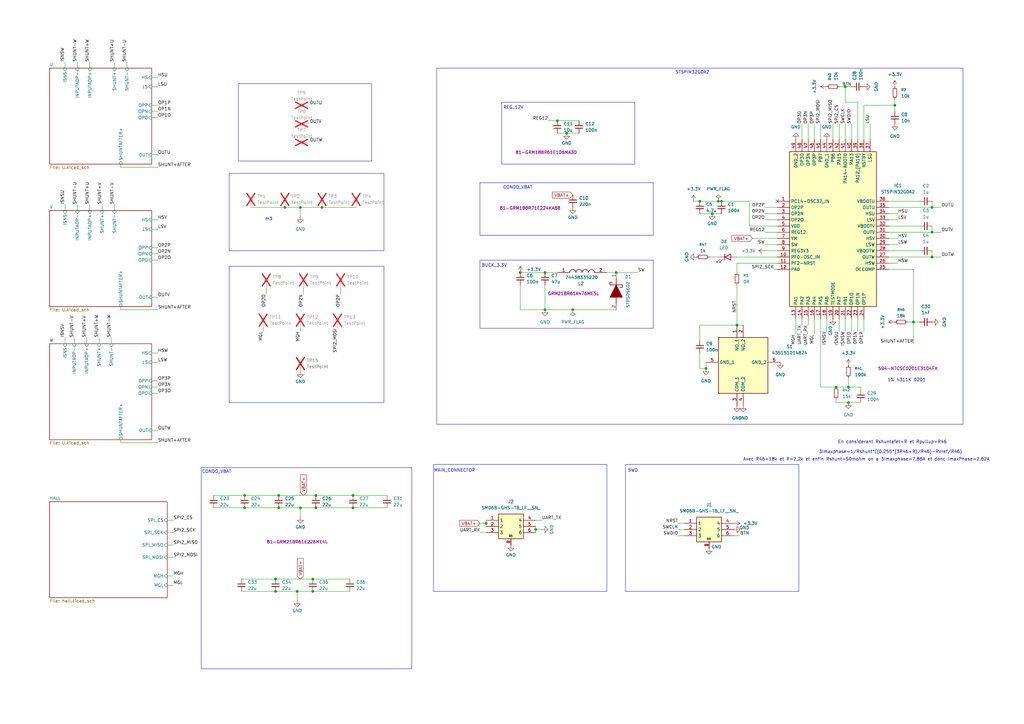
<source format=kicad_sch>
(kicad_sch (version 20250114) (generator "eeschema") (generator_version "9.0")
  (paper "A3")
  (rectangle (start 205.74 41.91) (end 260.35 67.31))
  (rectangle (start 82.55 191.77) (end 168.91 274.32))
  (rectangle (start 177.8 190.5) (end 248.92 242.57))
  (rectangle (start 196.85 106.68) (end 267.97 134.62))
  (rectangle (start 256.54 190.5) (end 327.66 242.57))
  (rectangle (start 93.98 71.12) (end 157.48 102.87))
  (rectangle (start 179.07 27.94) (end 394.97 173.99))
  (rectangle (start 196.85 74.93) (end 267.97 96.52))
  (rectangle (start 97.79 34.29) (end 152.4 66.04))
  (rectangle (start 93.98 109.22) (end 157.48 165.1))
  (text "BUCK_3.3V\n" (at 202.692 108.966 0) (effects (font (size 1.27 1.27))))
  (text "m3\n" (at 110.236 89.916 0) (effects (font (size 1.27 1.27))))
  (text "MAIN_CONNECTOR" (at 186.436 193.04 0) (effects (font (size 1.27 1.27))))
  (text "CONDO_VBAT" (at 88.9 193.548 0) (effects (font (size 1.27 1.27))))
  (text "SWD\n" (at 259.588 193.04 0) (effects (font (size 1.27 1.27))))
  (text "CONDO_VBAT" (at 212.344 76.962 0) (effects (font (size 1.27 1.27))))
  (text "STSPIN32G0A2" (at 283.972 29.718 0) (effects (font (size 1.27 1.27))))
  (text "REG_12V\n" (at 210.566 44.196 0) (effects (font (size 1.27 1.27))))
  (text "En considerant Rshuntafet=R et Rpullup=R46" (at 366.014 181.356 0) (effects (font (size 1.27 1.27))))
  (text "3Imaxphase=1/Rshunt*((0.255*(3R46+R)/R46)-RVref/R46)\n" (at 365.252 185.42 0) (effects (font (size 1.27 1.27))))
  (text "Avec R46=18k et R=2.2k et enfin Rshunt=50mohm on a 3Imaxphase=7.86A et donc ImaxPhase=2.62A" (at 355.346 188.468 0) (effects (font (size 1.27 1.27))))
  (text "1% 4311K 0201" (at 371.856 155.956 0) (effects (font (size 1.27 1.27))))
  (junction (at 367.03 43.18))
  (junction (at 294.64 82.55))
  (junction (at 121.92 242.57))
  (junction (at 129.54 203.2))
  (junction (at 144.78 208.28))
  (junction (at 114.3 208.28))
  (junction (at 114.3 203.2))
  (junction (at 382.27 105.41))
  (junction (at 219.71 217.17))
  (junction (at 295.91 82.55))
  (junction (at 252.73 111.76))
  (junction (at 223.52 111.76))
  (junction (at 374.65 132.08))
  (junction (at 123.19 208.28))
  (junction (at 289.56 151.13))
  (junction (at 128.27 237.49))
  (junction (at 342.9 158.75))
  (junction (at 232.41 54.61))
  (junction (at 228.6 49.53))
  (junction (at 347.98 158.75))
  (junction (at 223.52 127))
  (junction (at 113.03 242.57))
  (junction (at 287.02 82.55))
  (junction (at 213.36 111.76))
  (junction (at 382.27 95.25))
  (junction (at 100.33 203.2))
  (junction (at 132.08 85.09))
  (junction (at 382.27 85.09))
  (junction (at 346.71 35.56))
  (junction (at 128.27 242.57))
  (junction (at 292.1 87.63))
  (junction (at 144.78 203.2))
  (junction (at 100.33 208.28))
  (junction (at 123.19 85.09))
  (junction (at 234.95 127))
  (junction (at 347.98 165.1))
  (junction (at 199.39 214.63))
  (junction (at 113.03 237.49))
  (junction (at 302.26 133.35))
  (junction (at 116.84 85.09))
  (junction (at 129.54 208.28))
  (no_connect (at 318.77 82.55))
  (wire (pts (xy 213.36 127) (xy 223.52 127)))
  (wire (pts (xy 346.71 50.8) (xy 346.71 57.15)))
  (wire (pts (xy 30.48 138.43) (xy 30.48 140.97)))
  (wire (pts (xy 351.79 135.89) (xy 351.79 130.81)))
  (wire (pts (xy 349.25 50.8) (xy 349.25 57.15)))
  (wire (pts (xy 364.49 92.71) (xy 377.19 92.71)))
  (wire (pts (xy 368.3 87.63) (xy 364.49 87.63)))
  (wire (pts (xy 64.77 35.56) (xy 62.23 35.56)))
  (wire (pts (xy 64.77 93.98) (xy 62.23 93.98)))
  (wire (pts (xy 114.3 203.2) (xy 129.54 203.2)))
  (wire (pts (xy 342.9 165.1) (xy 347.98 165.1)))
  (wire (pts (xy 364.49 82.55) (xy 377.19 82.55)))
  (wire (pts (xy 351.79 41.91) (xy 346.71 41.91)))
  (wire (pts (xy 374.65 132.08) (xy 374.65 140.97)))
  (wire (pts (xy 287.02 133.35) (xy 302.26 133.35)))
  (wire (pts (xy 49.53 127) (xy 49.53 125.73)))
  (wire (pts (xy 64.77 121.92) (xy 62.23 121.92)))
  (wire (pts (xy 302.26 107.95) (xy 302.26 111.76)))
  (wire (pts (xy 64.77 156.21) (xy 62.23 156.21)))
  (wire (pts (xy 100.33 208.28) (xy 114.3 208.28)))
  (wire (pts (xy 123.19 85.09) (xy 123.19 88.9)))
  (wire (pts (xy 382.27 95.25) (xy 386.08 95.25)))
  (wire (pts (xy 302.26 133.35) (xy 304.8 133.35)))
  (wire (pts (xy 303.53 219.71) (xy 300.99 219.71)))
  (wire (pts (xy 64.77 181.61) (xy 49.53 181.61)))
  (wire (pts (xy 302.26 116.84) (xy 302.26 133.35)))
  (wire (pts (xy 219.71 217.17) (xy 219.71 215.9)))
  (wire (pts (xy 228.6 49.53) (xy 237.49 49.53)))
  (wire (pts (xy 313.69 100.33) (xy 318.77 100.33)))
  (wire (pts (xy 114.3 208.28) (xy 123.19 208.28)))
  (wire (pts (xy 196.85 218.44) (xy 199.39 218.44)))
  (wire (pts (xy 346.71 41.91) (xy 346.71 35.56)))
  (wire (pts (xy 64.77 106.68) (xy 62.23 106.68)))
  (wire (pts (xy 349.25 135.89) (xy 349.25 130.81)))
  (wire (pts (xy 113.03 237.49) (xy 128.27 237.49)))
  (wire (pts (xy 64.77 176.53) (xy 62.23 176.53)))
  (wire (pts (xy 364.49 95.25) (xy 382.27 95.25)))
  (wire (pts (xy 41.91 83.82) (xy 41.91 86.36)))
  (wire (pts (xy 71.12 236.22) (xy 68.58 236.22)))
  (wire (pts (xy 52.07 25.4) (xy 52.07 27.94)))
  (wire (pts (xy 382.27 82.55) (xy 382.27 85.09)))
  (wire (pts (xy 64.77 31.75) (xy 62.23 31.75)))
  (wire (pts (xy 339.09 135.89) (xy 339.09 130.81)))
  (wire (pts (xy 334.01 137.16) (xy 334.01 130.81)))
  (wire (pts (xy 278.13 217.17) (xy 280.67 217.17)))
  (wire (pts (xy 248.92 111.76) (xy 252.73 111.76)))
  (wire (pts (xy 328.93 50.8) (xy 328.93 57.15)))
  (wire (pts (xy 121.92 242.57) (xy 121.92 246.38)))
  (wire (pts (xy 40.64 138.43) (xy 40.64 140.97)))
  (wire (pts (xy 294.64 82.55) (xy 295.91 82.55)))
  (wire (pts (xy 132.08 85.09) (xy 146.05 85.09)))
  (wire (pts (xy 353.06 158.75) (xy 353.06 160.02)))
  (wire (pts (xy 199.39 214.63) (xy 199.39 215.9)))
  (wire (pts (xy 64.77 45.72) (xy 62.23 45.72)))
  (wire (pts (xy 364.49 85.09) (xy 382.27 85.09)))
  (wire (pts (xy 213.36 111.76) (xy 223.52 111.76)))
  (wire (pts (xy 64.77 127) (xy 49.53 127)))
  (wire (pts (xy 45.72 138.43) (xy 45.72 140.97)))
  (wire (pts (xy 46.99 83.82) (xy 46.99 86.36)))
  (wire (pts (xy 223.52 127) (xy 234.95 127)))
  (wire (pts (xy 139.7 120.65) (xy 139.7 118.11)))
  (wire (pts (xy 31.75 83.82) (xy 31.75 86.36)))
  (wire (pts (xy 278.13 219.71) (xy 280.67 219.71)))
  (wire (pts (xy 292.1 87.63) (xy 295.91 87.63)))
  (wire (pts (xy 342.9 163.83) (xy 342.9 165.1)))
  (wire (pts (xy 289.56 151.13) (xy 289.56 148.59)))
  (wire (pts (xy 31.75 25.4) (xy 31.75 27.94)))
  (wire (pts (xy 368.3 107.95) (xy 364.49 107.95)))
  (wire (pts (xy 318.77 107.95) (xy 302.26 107.95)))
  (wire (pts (xy 382.27 85.09) (xy 386.08 85.09)))
  (wire (pts (xy 144.78 208.28) (xy 158.75 208.28)))
  (wire (pts (xy 344.17 135.89) (xy 344.17 130.81)))
  (wire (pts (xy 336.55 158.75) (xy 342.9 158.75)))
  (wire (pts (xy 87.63 208.28) (xy 100.33 208.28)))
  (wire (pts (xy 364.49 105.41) (xy 382.27 105.41)))
  (wire (pts (xy 344.17 35.56) (xy 346.71 35.56)))
  (wire (pts (xy 123.19 208.28) (xy 123.19 212.09)))
  (wire (pts (xy 64.77 144.78) (xy 62.23 144.78)))
  (wire (pts (xy 64.77 101.6) (xy 62.23 101.6)))
  (wire (pts (xy 295.91 82.55) (xy 307.34 82.55)))
  (wire (pts (xy 287.02 82.55) (xy 294.64 82.55)))
  (wire (pts (xy 26.67 83.82) (xy 26.67 86.36)))
  (wire (pts (xy 123.19 85.09) (xy 132.08 85.09)))
  (wire (pts (xy 64.77 90.17) (xy 62.23 90.17)))
  (wire (pts (xy 372.11 132.08) (xy 374.65 132.08)))
  (wire (pts (xy 308.61 97.79) (xy 318.77 97.79)))
  (wire (pts (xy 222.25 217.17) (xy 219.71 217.17)))
  (wire (pts (xy 364.49 110.49) (xy 374.65 110.49)))
  (wire (pts (xy 64.77 104.14) (xy 62.23 104.14)))
  (wire (pts (xy 367.03 40.64) (xy 367.03 43.18)))
  (wire (pts (xy 36.83 25.4) (xy 36.83 27.94)))
  (wire (pts (xy 121.92 242.57) (xy 128.27 242.57)))
  (wire (pts (xy 64.77 158.75) (xy 62.23 158.75)))
  (wire (pts (xy 354.33 43.18) (xy 354.33 57.15)))
  (wire (pts (xy 129.54 203.2) (xy 144.78 203.2)))
  (wire (pts (xy 287.02 133.35) (xy 287.02 139.7)))
  (wire (pts (xy 313.69 95.25) (xy 318.77 95.25)))
  (wire (pts (xy 109.22 120.65) (xy 109.22 118.11)))
  (wire (pts (xy 219.71 217.17) (xy 219.71 218.44)))
  (wire (pts (xy 374.65 132.08) (xy 377.19 132.08)))
  (wire (pts (xy 307.34 92.71) (xy 318.77 92.71)))
  (wire (pts (xy 382.27 102.87) (xy 382.27 105.41)))
  (wire (pts (xy 129.54 208.28) (xy 144.78 208.28)))
  (wire (pts (xy 341.63 50.8) (xy 341.63 57.15)))
  (wire (pts (xy 317.5 110.49) (xy 318.77 110.49)))
  (wire (pts (xy 354.33 135.89) (xy 354.33 130.81)))
  (wire (pts (xy 346.71 35.56) (xy 349.25 35.56)))
  (wire (pts (xy 199.39 213.36) (xy 199.39 214.63)))
  (wire (pts (xy 223.52 116.84) (xy 223.52 127)))
  (wire (pts (xy 354.33 43.18) (xy 367.03 43.18)))
  (wire (pts (xy 287.02 151.13) (xy 289.56 151.13)))
  (wire (pts (xy 35.56 138.43) (xy 35.56 140.97)))
  (wire (pts (xy 287.02 87.63) (xy 292.1 87.63)))
  (wire (pts (xy 87.63 203.2) (xy 100.33 203.2)))
  (wire (pts (xy 26.67 138.43) (xy 26.67 140.97)))
  (wire (pts (xy 368.3 97.79) (xy 364.49 97.79)))
  (wire (pts (xy 232.41 54.61) (xy 237.49 54.61)))
  (wire (pts (xy 124.46 120.65) (xy 124.46 118.11)))
  (wire (pts (xy 99.06 242.57) (xy 113.03 242.57)))
  (wire (pts (xy 68.58 218.44) (xy 71.12 218.44)))
  (wire (pts (xy 71.12 228.6) (xy 68.58 228.6)))
  (wire (pts (xy 331.47 133.35) (xy 331.47 130.81)))
  (wire (pts (xy 302.26 105.41) (xy 318.77 105.41)))
  (wire (pts (xy 351.79 57.15) (xy 351.79 41.91)))
  (wire (pts (xy 99.06 237.49) (xy 113.03 237.49)))
  (wire (pts (xy 128.27 237.49) (xy 143.51 237.49)))
  (wire (pts (xy 287.02 144.78) (xy 287.02 151.13)))
  (wire (pts (xy 64.77 63.5) (xy 62.23 63.5)))
  (wire (pts (xy 49.53 181.61) (xy 49.53 180.34)))
  (wire (pts (xy 123.19 135.89) (xy 123.19 134.62)))
  (wire (pts (xy 213.36 127) (xy 213.36 116.84)))
  (wire (pts (xy 71.12 240.03) (xy 68.58 240.03)))
  (wire (pts (xy 356.87 50.8) (xy 356.87 57.15)))
  (wire (pts (xy 307.34 82.55) (xy 307.34 92.71)))
  (wire (pts (xy 368.3 90.17) (xy 364.49 90.17)))
  (wire (pts (xy 64.77 43.18) (xy 62.23 43.18)))
  (wire (pts (xy 334.01 50.8) (xy 334.01 57.15)))
  (wire (pts (xy 344.17 50.8) (xy 344.17 57.15)))
  (wire (pts (xy 36.83 83.82) (xy 36.83 86.36)))
  (wire (pts (xy 100.33 203.2) (xy 114.3 203.2)))
  (wire (pts (xy 224.79 49.53) (xy 228.6 49.53)))
  (wire (pts (xy 196.85 214.63) (xy 199.39 214.63)))
  (wire (pts (xy 107.95 135.89) (xy 107.95 134.62)))
  (wire (pts (xy 326.39 137.16) (xy 326.39 130.81)))
  (wire (pts (xy 374.65 110.49) (xy 374.65 132.08)))
  (wire (pts (xy 123.19 208.28) (xy 129.54 208.28)))
  (wire (pts (xy 368.3 100.33) (xy 364.49 100.33)))
  (wire (pts (xy 336.55 50.8) (xy 336.55 57.15)))
  (wire (pts (xy 49.53 68.58) (xy 49.53 67.31)))
  (wire (pts (xy 144.78 203.2) (xy 158.75 203.2)))
  (wire (pts (xy 46.99 25.4) (xy 46.99 27.94)))
  (wire (pts (xy 382.27 92.71) (xy 382.27 95.25)))
  (wire (pts (xy 382.27 105.41) (xy 386.08 105.41)))
  (wire (pts (xy 64.77 68.58) (xy 49.53 68.58)))
  (wire (pts (xy 252.73 111.76) (xy 261.62 111.76)))
  (wire (pts (xy 313.69 85.09) (xy 318.77 85.09)))
  (wire (pts (xy 228.6 54.61) (xy 232.41 54.61)))
  (wire (pts (xy 290.83 105.41) (xy 294.64 105.41)))
  (wire (pts (xy 223.52 111.76) (xy 228.6 111.76)))
  (wire (pts (xy 367.03 43.18) (xy 367.03 45.72)))
  (wire (pts (xy 328.93 133.35) (xy 328.93 130.81)))
  (wire (pts (xy 64.77 48.26) (xy 62.23 48.26)))
  (wire (pts (xy 364.49 102.87) (xy 377.19 102.87)))
  (wire (pts (xy 128.27 242.57) (xy 143.51 242.57)))
  (wire (pts (xy 71.12 213.36) (xy 68.58 213.36)))
  (wire (pts (xy 331.47 50.8) (xy 331.47 57.15)))
  (wire (pts (xy 116.84 85.09) (xy 123.19 85.09)))
  (wire (pts (xy 342.9 158.75) (xy 347.98 158.75)))
  (wire (pts (xy 222.25 213.36) (xy 219.71 213.36)))
  (wire (pts (xy 234.95 127) (xy 252.73 127)))
  (wire (pts (xy 284.48 82.55) (xy 287.02 82.55)))
  (wire (pts (xy 336.55 130.81) (xy 336.55 158.75)))
  (wire (pts (xy 113.03 242.57) (xy 121.92 242.57)))
  (wire (pts (xy 313.69 87.63) (xy 318.77 87.63)))
  (wire (pts (xy 64.77 161.29) (xy 62.23 161.29)))
  (wire (pts (xy 313.69 90.17) (xy 318.77 90.17)))
  (wire (pts (xy 71.12 223.52) (xy 68.58 223.52)))
  (wire (pts (xy 313.69 102.87) (xy 318.77 102.87)))
  (wire (pts (xy 347.98 165.1) (xy 353.06 165.1)))
  (wire (pts (xy 64.77 148.59) (xy 62.23 148.59)))
  (wire (pts (xy 278.13 214.63) (xy 280.67 214.63)))
  (wire (pts (xy 26.67 25.4) (xy 26.67 27.94)))
  (wire (pts (xy 353.06 158.75) (xy 347.98 158.75)))
  (wire (pts (xy 346.71 135.89) (xy 346.71 130.81)))
  (wire (pts (xy 347.98 158.75) (xy 347.98 154.94)))
  (wire (pts (xy 102.87 85.09) (xy 116.84 85.09)))
  (label "MGL" (at 107.95 135.89 270))
  (label "OUTU" (at 64.77 63.5 0))
  (label "OUTW" (at 64.77 176.53 0))
  (label "LSU" (at 356.87 50.8 90))
  (label "NRST" (at 278.13 214.63 180))
  (label "SHUNT-U" (at 31.75 83.82 90))
  (label "UART_TX" (at 328.93 133.35 270))
  (label "OUTW" (at 386.08 105.41 0))
  (label "OP2P" (at 64.77 101.6 0))
  (label "UART_TX" (at 222.25 213.36 0))
  (label "LSV" (at 64.77 93.98 0))
  (label "SHUNT+U" (at 36.83 83.82 90))
  (label "SHUNT+V" (at 41.91 83.82 90))
  (label "MGH" (at 123.19 135.89 270))
  (label "SW" (at 261.62 111.76 0))
  (label "OP2O" (at 64.77 106.68 0))
  (label "HSV" (at 64.77 90.17 0))
  (label "ISNSU" (at 26.67 83.82 90))
  (label "OUTV" (at 386.08 95.25 0))
  (label "OP3P" (at 64.77 156.21 0))
  (label "MGL" (at 334.01 137.16 270))
  (label "REG12" (at 313.69 95.25 180))
  (label "HSU" (at 368.3 87.63 0))
  (label "SHUNT+U" (at 46.99 25.4 90))
  (label "LSW" (at 64.77 148.59 0))
  (label "SWDIO" (at 349.25 50.8 90))
  (label "SPI2_MOSI" (at 138.43 134.62 270))
  (label "SHUNT-U" (at 52.07 25.4 90))
  (label "OUTU" (at 127 43.18 0))
  (label "MGL" (at 71.12 240.03 0))
  (label "NRST" (at 302.26 128.27 90))
  (label "ISNSW" (at 346.71 135.89 270))
  (label "SPI2_SCK" (at 317.5 110.49 180))
  (label "SHUNT+W" (at 40.64 138.43 90))
  (label "SHUNT-W" (at 31.75 25.4 90))
  (label "SHUNT-V" (at 30.48 138.43 90))
  (label "SHUNT+AFTER" (at 64.77 127 0))
  (label "OP1N" (at 351.79 135.89 270))
  (label "SHUNT+AFTER" (at 374.65 140.97 180))
  (label "OP2O" (at 313.69 90.17 180))
  (label "LSU" (at 64.77 35.56 0))
  (label "REG12" (at 224.79 49.53 180))
  (label "SHUNT+AFTER" (at 64.77 68.58 0))
  (label "OP2O" (at 109.22 120.65 270))
  (label "HSW" (at 368.3 107.95 0))
  (label "SHUNT+AFTER" (at 64.77 181.61 0))
  (label "SPI2_CS" (at 71.12 213.36 0))
  (label "ISNSW" (at 26.67 25.4 90))
  (label "SHUNT+V" (at 35.56 138.43 90))
  (label "BTN" (at 345.44 35.56 0))
  (label "BTN" (at 303.53 219.71 0))
  (label "SWCLK" (at 278.13 217.17 180))
  (label "OUTV" (at 64.77 121.92 0))
  (label "SWCLK" (at 346.71 50.8 90))
  (label "HSW" (at 64.77 144.78 0))
  (label "SPI2_SCK" (at 71.12 218.44 0))
  (label "SPI2_MISO" (at 71.12 223.52 0))
  (label "OUTW" (at 127 58.42 0))
  (label "SPI2_MOSI" (at 336.55 50.8 90))
  (label "LSW" (at 368.3 100.33 0))
  (label "OP2P" (at 313.69 85.09 180))
  (label "SHUNT-W" (at 45.72 138.43 90))
  (label "HSV" (at 368.3 97.79 0))
  (label "SW" (at 313.69 100.33 180))
  (label "OP2N" (at 124.46 120.65 270))
  (label "SHUNT-V" (at 46.99 83.82 90))
  (label "OP2N" (at 64.77 104.14 0))
  (label "OP3N" (at 64.77 158.75 0))
  (label "SPI2_MISO" (at 341.63 50.8 90))
  (label "SPI2_CS" (at 344.17 50.8 90))
  (label "ISNSV" (at 26.67 138.43 90))
  (label "ISNSV" (at 339.09 135.89 270))
  (label "MGH" (at 71.12 236.22 0))
  (label "OP3O" (at 64.77 161.29 0))
  (label "OP1O" (at 64.77 48.26 0))
  (label "LSV" (at 368.3 90.17 0))
  (label "OP2P" (at 139.7 120.65 270))
  (label "OP1O" (at 349.25 135.89 270))
  (label "OP3O" (at 328.93 50.8 90))
  (label "OP1N" (at 64.77 45.72 0))
  (label "SHUNT+W" (at 36.83 25.4 90))
  (label "UART_RX" (at 196.85 218.44 180))
  (label "SPI2_MOSI" (at 71.12 228.6 0))
  (label "OP1P" (at 64.77 43.18 0))
  (label "MGH" (at 326.39 137.16 270))
  (label "OUTV" (at 127 50.8 0))
  (label "UART_RX" (at 331.47 133.35 270))
  (label "OUTU" (at 386.08 85.09 0))
  (label "SWDIO" (at 278.13 219.71 180))
  (label "OP3N" (at 331.47 50.8 90))
  (label "ISNSU" (at 344.17 135.89 270))
  (label "OP3P" (at 334.01 50.8 90))
  (label "OP1P" (at 354.33 135.89 270))
  (label "HSU" (at 64.77 31.75 0))
  (label "OP2N" (at 313.69 87.63 180))
  (global_label "VBAT+" (shape input) (at 308.61 97.79 180) (property "Intersheetrefs" "${INTERSHEET_REFS}" (effects (hide yes))))
  (global_label "VBAT+" (shape input) (at 124.46 203.2 90) (property "Intersheetrefs" "${INTERSHEET_REFS}" (effects (hide yes))))
  (global_label "VBAT+" (shape input) (at 123.19 237.49 90) (property "Intersheetrefs" "${INTERSHEET_REFS}" (effects (hide yes))))
  (global_label "VBAT+" (shape input) (at 196.85 214.63 180) (property "Intersheetrefs" "${INTERSHEET_REFS}" (effects (hide yes))))
  (global_label "VBAT+" (shape input) (at 234.95 80.01 180) (property "Intersheetrefs" "${INTERSHEET_REFS}" (effects (hide yes))))
  (symbol (lib_id "Device:C_Small") (at 379.73 92.71 90) (unit 1)
    (property "Reference" "C3" (at 379.7363 86.36 90))
    (property "Value" "1u" (at 379.7363 88.9 90))
    (property "Footprint" "Capacitor_SMD:C_0603_1608Metric" (effects (hide yes)))
    (property "Description" "Unpolarized capacitor, small symbol" (effects (hide yes)))
    (property "Manufacturer_Part_Number" "GCM188M8EH105KE8D" (effects (hide yes)))
    (property "Mouser Part Number" "81-GCM188M8EH105KE8D" (effects (hide yes)))
  )
  (symbol (lib_id "Connector:TestPoint") (at 127 50.8 90) (unit 1) (dnp yes)
    (property "Reference" "TP6" (at 123.698 45.72 90))
    (property "Value" "TestPoint" (at 123.698 48.26 90))
    (property "Footprint" "samacsys:hole_1.5mm" (effects (hide yes)))
    (property "Description" "test point" (effects (hide yes)))
  )
  (symbol (lib_id "power:GND") (at 289.56 151.13 0) (unit 1)
    (property "Reference" "#PWR013" (effects (hide yes)))
    (property "Value" "GND" (at 289.56 156.21 0))
    (property "Description" "Power symbol creates a global label with name \"GND\" , ground" (effects (hide yes)))
  )
  (symbol (lib_id "power:GND") (at 285.75 105.41 270) (unit 1)
    (property "Reference" "#PWR047" (effects (hide yes)))
    (property "Value" "GND" (at 281.686 105.41 0))
    (property "Description" "Power symbol creates a global label with name \"GND\" , ground" (effects (hide yes)))
  )
  (symbol (lib_id "Device:C_Small") (at 228.6 52.07 180) (unit 1)
    (property "Reference" "C11" (at 231.14 50.7935 0) (effects (justify right)))
    (property "Value" "10u" (at 231.14 53.3335 0) (effects (justify right)))
    (property "Footprint" "Capacitor_SMD:C_0603_1608Metric" (effects (hide yes)))
    (property "Description" "Unpolarized capacitor, small symbol" (effects (hide yes)))
    (property "Manufacturer_Part_Number" "GRM188R61E106MA3D" (effects (hide yes)))
    (property "Mouser Part Number" "81-GRM188R61E106MA3D" (at 224.028 62.484 0))
  )
  (symbol (lib_id "power:GND") (at 234.95 85.09 0) (unit 1)
    (property "Reference" "#PWR015" (effects (hide yes)))
    (property "Value" "GND" (at 234.95 89.154 0))
    (property "Description" "Power symbol creates a global label with name \"GND\" , ground" (effects (hide yes)))
  )
  (symbol (lib_id "Device:R_Small") (at 367.03 38.1 0) (unit 1)
    (property "Reference" "R2" (at 369.57 36.8299 0) (effects (font (size 1.016 1.016)) (justify left)))
    (property "Value" "10k" (at 369.57 39.3699 0) (effects (justify left)))
    (property "Footprint" "Resistor_SMD:R_0201_0603Metric_Pad0.64x0.40mm_HandSolder" (effects (hide yes)))
    (property "Description" "Resistor, small symbol" (effects (hide yes)))
  )
  (symbol (lib_id "Connector:TestPoint") (at 116.84 85.09 0) (unit 1) (dnp yes)
    (property "Reference" "TP2" (at 119.38 80.5179 0) (effects (justify left)))
    (property "Value" "TestPoint" (at 119.38 83.0579 0) (effects (justify left)))
    (property "Footprint" "samacsys:m3test" (effects (hide yes)))
    (property "Description" "test point" (effects (hide yes)))
  )
  (symbol (lib_id "Device:R_Small") (at 288.29 105.41 90) (unit 1)
    (property "Reference" "R47" (at 288.29 100.33 90) (effects (font (size 1.016 1.016))))
    (property "Value" "1k" (at 288.29 102.87 90))
    (property "Footprint" "Resistor_SMD:R_0201_0603Metric_Pad0.64x0.40mm_HandSolder" (effects (hide yes)))
    (property "Description" "Resistor, small symbol" (effects (hide yes)))
  )
  (symbol (lib_id "Connector:TestPoint") (at 132.08 85.09 0) (unit 1) (dnp yes)
    (property "Reference" "TP3" (at 134.62 80.5179 0) (effects (justify left)))
    (property "Value" "TestPoint" (at 134.62 83.0579 0) (effects (justify left)))
    (property "Footprint" "samacsys:m3test" (effects (hide yes)))
    (property "Description" "test point" (effects (hide yes)))
  )
  (symbol (lib_id "power:GND") (at 222.25 217.17 90) (unit 1)
    (property "Reference" "#PWR038" (effects (hide yes)))
    (property "Value" "GND" (at 226.314 217.17 0))
    (property "Description" "Power symbol creates a global label with name \"GND\" , ground" (effects (hide yes)))
  )
  (symbol (lib_id "Device:C_Small") (at 237.49 52.07 0) (unit 1)
    (property "Reference" "C12" (at 240.03 50.8062 0) (effects (justify left)))
    (property "Value" "100n" (at 240.03 53.3462 0) (effects (justify left)))
    (property "Footprint" "Capacitor_SMD:C_0201_0603Metric_Pad0.64x0.40mm_HandSolder" (effects (hide yes)))
    (property "Description" "Unpolarized capacitor, small symbol" (effects (hide yes)))
  )
  (symbol (lib_id "power:GND") (at 123.19 152.4 0) (unit 1)
    (property "Reference" "#PWR054" (effects (hide yes)))
    (property "Value" "GND" (at 123.19 156.464 0))
    (property "Description" "Power symbol creates a global label with name \"GND\" , ground" (effects (hide yes)))
  )
  (symbol (lib_id "power:+3.3V") (at 284.48 82.55 0) (unit 1)
    (property "Reference" "#PWR03" (effects (hide yes)))
    (property "Value" "+3.3V" (at 284.48 77.47 0))
    (property "Description" "Power symbol creates a global label with name \"+3.3V\"" (effects (hide yes)))
  )
  (symbol (lib_id "Device:C_Small") (at 113.03 240.03 0) (unit 1)
    (property "Reference" "C34" (at 115.57 238.7662 0) (effects (justify left)))
    (property "Value" "22u" (at 115.57 241.3062 0) (effects (justify left)))
    (property "Footprint" "Capacitor_SMD:C_0805_2012Metric" (effects (hide yes)))
    (property "Description" "GRM21BR61A476ME15" (effects (hide yes)))
    (property "Manufacturer_Part_Number" "GRM21BR61E226ME4L" (effects (hide yes)))
    (property "Mouser Part Number" "81-GRM21BR61E226ME4L" (effects (hide yes)))
  )
  (symbol (lib_id "samacsys:STSPIN32G0A2") (at 318.77 82.55 0) (unit 1)
    (property "Reference" "IC1" (at 368.3 76.1298 0))
    (property "Value" "STSPIN32G0A2" (at 368.3 78.6698 0))
    (property "Footprint" "samacsys:QFN50P700X700X105-49N-D" (effects (hide yes)))
    (property "Datasheet" "https://www.st.com/resource/en/datasheet/stspin32g0a1.pdf" (effects (hide yes)))
    (property "Description" "Advanced brushless motor controller with embedded STM32G0 MCU Operating voltage from 6.7 to 45 V temperature range: -40 to +125 C" (effects (hide yes)))
    (property "Height" "1.05" (effects (hide yes)))
    (property "Manufacturer_Name" "STMicroelectronics" (effects (hide yes)))
    (property "Manufacturer_Part_Number" "STSPIN32G0A2" (effects (hide yes)))
    (property "Mouser Part Number" "511-STSPIN32G0A2" (effects (hide yes)))
  )
  (symbol (lib_id "Connector:TestPoint") (at 123.19 152.4 0) (unit 1) (dnp yes)
    (property "Reference" "TP15" (at 125.73 147.8279 0) (effects (justify left)))
    (property "Value" "TestPoint" (at 125.73 150.3679 0) (effects (justify left)))
    (property "Footprint" "samacsys:pad_0.7mm" (effects (hide yes)))
    (property "Description" "test point" (effects (hide yes)))
  )
  (symbol (lib_id "power:GND") (at 367.03 50.8 0) (unit 1)
    (property "Reference" "#PWR09" (effects (hide yes)))
    (property "Value" "GND" (at 367.03 55.88 0))
    (property "Description" "Power symbol creates a global label with name \"GND\" , ground" (effects (hide yes)))
  )
  (symbol (lib_id "power:GND") (at 341.63 130.81 0) (unit 1)
    (property "Reference" "#PWR014" (effects (hide yes)))
    (property "Value" "GND" (at 340.614 135.636 90))
    (property "Description" "Power symbol creates a global label with name \"GND\" , ground" (effects (hide yes)))
  )
  (symbol (lib_id "samacsys:STPS0560Z") (at 252.73 109.22 270) (unit 1)
    (property "Reference" "D1" (at 256.286 113.538 90) (effects (justify left)))
    (property "Value" "STPS0560Z" (at 257.556 115.316 0) (effects (justify left)))
    (property "Footprint" "samacsys:STPS0560Z" (effects (hide yes)))
    (property "Datasheet" "http://www.st.com/web/en/resource/technical/document/datasheet/CD00001852.pdf" (effects (hide yes)))
    (property "Description" "STPS0560Z, Schottky Diode,  0.5A max, 60V, 2-Pin, SOD-123" (effects (hide yes)))
    (property "Manufacturer_Name" "STMicroelectronics" (effects (hide yes)))
    (property "Manufacturer_Part_Number" "STPS0560Z" (effects (hide yes)))
    (property "Mouser Part Number" "511-STPS0560Z" (effects (hide yes)))
    (property "Mouser Price/Stock" "https://www.mouser.co.uk/ProductDetail/STMicroelectronics/STPS0560Z?qs=E0mHVHmM7ubnz8C3lwoo5Q%3D%3D" (effects (hide yes)))
    (property "Arrow Part Number" "STPS0560Z" (effects (hide yes)))
    (property "Arrow Price/Stock" "https://www.arrow.com/en/products/stps0560z/stmicroelectronics?region=nac" (effects (hide yes)))
  )
  (symbol (lib_id "power:GND") (at 347.98 165.1 0) (unit 1)
    (property "Reference" "#PWR043" (effects (hide yes)))
    (property "Value" "GND" (at 347.98 170.18 0))
    (property "Description" "Power symbol creates a global label with name \"GND\" , ground" (effects (hide yes)))
  )
  (symbol (lib_id "Device:C_Small") (at 129.54 205.74 0) (unit 1)
    (property "Reference" "C26" (at 132.08 204.4762 0) (effects (justify left)))
    (property "Value" "22u" (at 132.08 207.0162 0) (effects (justify left)))
    (property "Footprint" "Capacitor_SMD:C_0805_2012Metric" (effects (hide yes)))
    (property "Description" "GRM21BR61A476ME15" (effects (hide yes)))
    (property "Manufacturer_Part_Number" "GRM21BR61E226ME4L" (effects (hide yes)))
    (property "Mouser Part Number" "81-GRM21BR61E226ME4L" (effects (hide yes)))
  )
  (symbol (lib_id "Device:C_Small") (at 114.3 205.74 0) (unit 1)
    (property "Reference" "C25" (at 116.84 204.4762 0) (effects (justify left)))
    (property "Value" "22u" (at 116.84 207.0162 0) (effects (justify left)))
    (property "Footprint" "Capacitor_SMD:C_0805_2012Metric" (effects (hide yes)))
    (property "Description" "GRM21BR61A476ME15" (effects (hide yes)))
    (property "Manufacturer_Part_Number" "GRM21BR61E226ME4L" (effects (hide yes)))
    (property "Mouser Part Number" "81-GRM21BR61E226ME4L" (at 121.92 222.25 0))
  )
  (symbol (lib_id "power:GND") (at 300.99 217.17 90) (unit 1)
    (property "Reference" "#PWR048" (effects (hide yes)))
    (property "Value" "GND" (at 303.276 216.408 90) (effects (justify right)))
    (property "Description" "Power symbol creates a global label with name \"GND\" , ground" (effects (hide yes)))
  )
  (symbol (lib_id "power:PWR_FLAG") (at 234.95 127 180) (unit 1)
    (property "Reference" "#FLG02" (effects (hide yes)))
    (property "Value" "PWR_FLAG" (at 234.95 132.08 0))
    (property "Description" "Special symbol for telling ERC where power comes from" (effects (hide yes)))
  )
  (symbol (lib_id "Device:C_Small") (at 379.73 132.08 90) (unit 1)
    (property "Reference" "C30" (at 379.7363 125.73 90))
    (property "Value" "1nF" (at 379.7363 128.27 90))
    (property "Footprint" "Capacitor_SMD:C_0201_0603Metric_Pad0.64x0.40mm_HandSolder" (effects (hide yes)))
    (property "Description" "Unpolarized capacitor, small symbol" (effects (hide yes)))
  )
  (symbol (lib_id "Device:R_Small") (at 341.63 35.56 90) (unit 1)
    (property "Reference" "R40" (at 340.3599 33.02 0) (effects (font (size 1.016 1.016)) (justify left)))
    (property "Value" "10k" (at 342.8999 33.02 0) (effects (justify left)))
    (property "Footprint" "Resistor_SMD:R_0201_0603Metric_Pad0.64x0.40mm_HandSolder" (effects (hide yes)))
    (property "Description" "Resistor, small symbol" (effects (hide yes)))
  )
  (symbol (lib_id "Device:C_Small") (at 287.02 142.24 0) (unit 1)
    (property "Reference" "C9" (at 289.56 140.9762 0) (effects (justify left)))
    (property "Value" "100n" (at 289.56 143.5162 0) (effects (justify left)))
    (property "Footprint" "Capacitor_SMD:C_0201_0603Metric_Pad0.64x0.40mm_HandSolder" (effects (hide yes)))
    (property "Description" "Unpolarized capacitor, small symbol" (effects (hide yes)))
  )
  (symbol (lib_id "power:+3.3V") (at 339.09 35.56 90) (unit 1)
    (property "Reference" "#PWR040" (effects (hide yes)))
    (property "Value" "+3.3V" (at 334.01 35.56 0))
    (property "Description" "Power symbol creates a global label with name \"+3.3V\"" (effects (hide yes)))
  )
  (symbol (lib_id "samacsys:435151014824") (at 289.56 148.59 0) (unit 1)
    (property "Reference" "S1" (at 323.85 142.1698 0))
    (property "Value" "435151014824" (at 323.85 144.7098 0))
    (property "Footprint" "samacsys:435151014824" (effects (hide yes)))
    (property "Datasheet" "https://componentsearchengine.com/Datasheets/2/435151014824.pdf" (effects (hide yes)))
    (property "Description" "Tactile Switches WS-TASV Tact Switch" (effects (hide yes)))
    (property "Height" "1.4" (effects (hide yes)))
    (property "Mouser Part Number" "710-435151014824" (effects (hide yes)))
    (property "Mouser Price/Stock" "https://www.mouser.co.uk/ProductDetail/Wurth-Elektronik/435151014824?qs=OlC7AqGiEDkCCtReGm3ZVw%3D%3D" (effects (hide yes)))
    (property "Manufacturer_Name" "Wurth Elektronik" (effects (hide yes)))
    (property "Manufacturer_Part_Number" "435151014824" (effects (hide yes)))
  )
  (symbol (lib_id "Connector:TestPoint") (at 109.22 118.11 0) (unit 1) (dnp yes)
    (property "Reference" "TP8" (at 111.76 113.5379 0) (effects (justify left)))
    (property "Value" "TestPoint" (at 111.76 116.0779 0) (effects (justify left)))
    (property "Footprint" "samacsys:pad_0.7mm" (effects (hide yes)))
    (property "Description" "test point" (effects (hide yes)))
  )
  (symbol (lib_id "power:GND") (at 232.41 54.61 0) (unit 1)
    (property "Reference" "#PWR016" (effects (hide yes)))
    (property "Value" "GND" (at 232.41 58.674 0))
    (property "Description" "Power symbol creates a global label with name \"GND\" , ground" (effects (hide yes)))
  )
  (symbol (lib_id "Connector:TestPoint") (at 139.7 118.11 0) (unit 1) (dnp yes)
    (property "Reference" "TP10" (at 142.24 113.5379 0) (effects (justify left)))
    (property "Value" "TestPoint" (at 142.24 116.0779 0) (effects (justify left)))
    (property "Footprint" "samacsys:pad_0.7mm" (effects (hide yes)))
    (property "Description" "test point" (effects (hide yes)))
  )
  (symbol (lib_id "power:GND") (at 123.19 88.9 0) (unit 1)
    (property "Reference" "#PWR030" (effects (hide yes)))
    (property "Value" "GND" (at 123.19 93.98 0))
    (property "Description" "Power symbol creates a global label with name \"GND\" , ground" (effects (hide yes)))
  )
  (symbol (lib_id "Device:C_Small") (at 351.79 35.56 90) (unit 1)
    (property "Reference" "C28" (at 350.5262 33.02 0) (effects (justify left)))
    (property "Value" "100n" (at 353.0662 33.02 0) (effects (justify left)))
    (property "Footprint" "Capacitor_SMD:C_0201_0603Metric_Pad0.64x0.40mm_HandSolder" (effects (hide yes)))
    (property "Description" "Unpolarized capacitor, small symbol" (effects (hide yes)))
  )
  (symbol (lib_id "Device:C_Small") (at 144.78 205.74 0) (unit 1)
    (property "Reference" "C27" (at 147.32 204.4762 0) (effects (justify left)))
    (property "Value" "22u" (at 147.32 207.0162 0) (effects (justify left)))
    (property "Footprint" "Capacitor_SMD:C_0805_2012Metric" (effects (hide yes)))
    (property "Description" "GRM21BR61A476ME15" (effects (hide yes)))
    (property "Manufacturer_Part_Number" "GRM21BR61E226ME4L" (effects (hide yes)))
    (property "Mouser Part Number" "81-GRM21BR61E226ME4L" (effects (hide yes)))
  )
  (symbol (lib_id "power:+3.3V") (at 367.03 132.08 90) (unit 1)
    (property "Reference" "#PWR044" (effects (hide yes)))
    (property "Value" "+3.3V" (at 361.95 132.08 0))
    (property "Description" "Power symbol creates a global label with name \"+3.3V\"" (effects (hide yes)))
  )
  (symbol (lib_id "power:GND") (at 209.55 223.52 0) (unit 1)
    (property "Reference" "#PWR052" (effects (hide yes)))
    (property "Value" "GND" (at 209.55 227.584 0))
    (property "Description" "Power symbol creates a global label with name \"GND\" , ground" (effects (hide yes)))
  )
  (symbol (lib_id "Device:C_Small") (at 379.73 82.55 90) (unit 1)
    (property "Reference" "C2" (at 379.7363 76.2 90))
    (property "Value" "1u" (at 379.7363 78.74 90))
    (property "Footprint" "Capacitor_SMD:C_0603_1608Metric" (effects (hide yes)))
    (property "Description" "Unpolarized capacitor, small symbol" (effects (hide yes)))
    (property "Manufacturer_Part_Number" "GCM188M8EH105KE8D" (effects (hide yes)))
    (property "Mouser Part Number" "81-GCM188M8EH105KE8D" (effects (hide yes)))
  )
  (symbol (lib_id "Device:C_Small") (at 128.27 240.03 0) (unit 1)
    (property "Reference" "C35" (at 130.81 238.7662 0) (effects (justify left)))
    (property "Value" "22u" (at 130.81 241.3062 0) (effects (justify left)))
    (property "Footprint" "Capacitor_SMD:C_0805_2012Metric" (effects (hide yes)))
    (property "Description" "GRM21BR61A476ME15" (effects (hide yes)))
    (property "Manufacturer_Part_Number" "GRM21BR61E226ME4L" (effects (hide yes)))
    (property "Mouser Part Number" "81-GRM21BR61E226ME4L" (effects (hide yes)))
  )
  (symbol (lib_id "power:GND") (at 304.8 166.37 0) (unit 1)
    (property "Reference" "#PWR011" (effects (hide yes)))
    (property "Value" "GND" (at 304.8 171.45 0))
    (property "Description" "Power symbol creates a global label with name \"GND\" , ground" (effects (hide yes)))
  )
  (symbol (lib_id "Device:LED") (at 298.45 105.41 0) (unit 1)
    (property "Reference" "D8" (at 296.8625 99.06 0))
    (property "Value" "LED" (at 296.8625 101.6 0))
    (property "Footprint" "LED_SMD:LED_0402_1005Metric" (effects (hide yes)))
    (property "Description" "Light emitting diode" (effects (hide yes)))
    (property "Sim.Pins" "1=K 2=A" (effects (hide yes)))
  )
  (symbol (lib_id "Device:C_Small") (at 223.52 114.3 0) (unit 1)
    (property "Reference" "C7" (at 226.06 113.0362 0) (effects (justify left)))
    (property "Value" "47u" (at 226.06 115.5762 0) (effects (justify left)))
    (property "Footprint" "Capacitor_SMD:C_0805_2012Metric" (effects (hide yes)))
    (property "Description" "GRM21BR61A476ME15" (effects (hide yes)))
    (property "Manufacturer_Part_Number" "GRM21BR61A476ME5L " (at 235.712 120.396 0))
    (property "Mouser Part Number" "81-GRM21BR61A476ME5L " (effects (hide yes)))
  )
  (symbol (lib_id "Device:C_Small") (at 353.06 162.56 0) (unit 1)
    (property "Reference" "C29" (at 355.6 161.2962 0) (effects (justify left)))
    (property "Value" "100n" (at 355.6 163.8362 0) (effects (justify left)))
    (property "Footprint" "Capacitor_SMD:C_0201_0603Metric_Pad0.64x0.40mm_HandSolder" (effects (hide yes)))
    (property "Description" "Unpolarized capacitor, small symbol" (effects (hide yes)))
  )
  (symbol (lib_id "samacsys:SM06B-GHS-TB_LF__SN_") (at 199.39 213.36 0) (unit 1)
    (property "Reference" "J2" (at 209.55 205.74 0))
    (property "Value" "SM06B-GHS-TB_LF__SN_" (at 209.55 208.28 0))
    (property "Footprint" "samacsys:SM06B-GHS-TB" (effects (hide yes)))
    (property "Datasheet" "https://datasheet.datasheetarchive.com/originals/distributors/Datasheets_SAMA/e4ef010dc292ea31091454f6c0afb63a.pdf" (effects (hide yes)))
    (property "Description" "GH 1.25mm header side entry 6 way JST GH Series, 1.25mm Pitch 6 Way Right Angle PCB Header, Solder Termination, 1A" (effects (hide yes)))
    (property "Manufacturer_Name" "JST (JAPAN SOLDERLESS TERMINALS)" (effects (hide yes)))
    (property "Manufacturer_Part_Number" "SM06B-GHS-TB(LF)(SN)" (effects (hide yes)))
    (property "Mouser Part Number" "N/A" (effects (hide yes)))
    (property "Mouser Price/Stock" "https://www.mouser.co.uk/ProductDetail/JST-Commercial/SM06B-GHS-TBLFSN?qs=QpmGXVUTftFzTQe43vH9Ig%3D%3D" (effects (hide yes)))
    (property "Arrow Part Number" "SM06B-GHS-TB(LF)(SN)" (effects (hide yes)))
    (property "Arrow Price/Stock" "https://www.arrow.com/en/products/sm06b-ghs-tb-lf-sn/jst-manufacturing" (effects (hide yes)))
  )
  (symbol (lib_id "Device:R_Small") (at 342.9 161.29 0) (unit 1)
    (property "Reference" "R42" (at 345.44 160.0199 0) (effects (font (size 1.016 1.016)) (justify left)))
    (property "Value" "15k" (at 345.44 162.5599 0) (effects (justify left)))
    (property "Footprint" "Resistor_SMD:R_0201_0603Metric_Pad0.64x0.40mm_HandSolder" (effects (hide yes)))
    (property "Description" "Resistor, small symbol" (effects (hide yes)))
  )
  (symbol (lib_id "Device:C_Small") (at 99.06 240.03 0) (unit 1)
    (property "Reference" "C33" (at 101.6 238.7662 0) (effects (justify left)))
    (property "Value" "22u" (at 101.6 241.3062 0) (effects (justify left)))
    (property "Footprint" "Capacitor_SMD:C_0805_2012Metric" (effects (hide yes)))
    (property "Description" "GRM21BR61A476ME15" (effects (hide yes)))
    (property "Manufacturer_Part_Number" "GRM21BR61E226ME4L" (effects (hide yes)))
    (property "Mouser Part Number" "81-GRM21BR61E226ME4L" (effects (hide yes)))
  )
  (symbol (lib_id "power:PWR_FLAG") (at 294.64 82.55 0) (unit 1)
    (property "Reference" "#FLG01" (effects (hide yes)))
    (property "Value" "PWR_FLAG" (at 294.64 77.47 0))
    (property "Description" "Special symbol for telling ERC where power comes from" (effects (hide yes)))
  )
  (symbol (lib_id "Connector:TestPoint") (at 107.95 134.62 0) (unit 1) (dnp yes)
    (property "Reference" "TP11" (at 110.49 130.0479 0) (effects (justify left)))
    (property "Value" "TestPoint" (at 110.49 132.5879 0) (effects (justify left)))
    (property "Footprint" "samacsys:pad_0.7mm" (effects (hide yes)))
    (property "Description" "test point" (effects (hide yes)))
  )
  (symbol (lib_id "power:+3.3V") (at 313.69 102.87 90) (unit 1)
    (property "Reference" "#PWR05" (effects (hide yes)))
    (property "Value" "+3.3V" (at 309.88 102.8699 90) (effects (justify left)))
    (property "Description" "Power symbol creates a global label with name \"+3.3V\"" (effects (hide yes)))
  )
  (symbol (lib_id "power:+3.3V") (at 300.99 214.63 270) (unit 1)
    (property "Reference" "#PWR049" (effects (hide yes)))
    (property "Value" "+3.3V" (at 304.8 214.6299 90) (effects (justify left)))
    (property "Description" "Power symbol creates a global label with name \"+3.3V\"" (effects (hide yes)))
  )
  (symbol (lib_id "power:GND") (at 382.27 132.08 90) (unit 1)
    (property "Reference" "#PWR045" (effects (hide yes)))
    (property "Value" "GND" (at 387.35 132.08 0))
    (property "Description" "Power symbol creates a global label with name \"GND\" , ground" (effects (hide yes)))
  )
  (symbol (lib_id "power:GND") (at 320.04 148.59 0) (unit 1)
    (property "Reference" "#PWR012" (effects (hide yes)))
    (property "Value" "GND" (at 320.04 153.67 0))
    (property "Description" "Power symbol creates a global label with name \"GND\" , ground" (effects (hide yes)))
  )
  (symbol (lib_id "Device:C_Small") (at 143.51 240.03 0) (unit 1)
    (property "Reference" "C36" (at 146.05 238.7662 0) (effects (justify left)))
    (property "Value" "22u" (at 146.05 241.3062 0) (effects (justify left)))
    (property "Footprint" "Capacitor_SMD:C_0805_2012Metric" (effects (hide yes)))
    (property "Description" "GRM21BR61A476ME15" (effects (hide yes)))
    (property "Manufacturer_Part_Number" "GRM21BR61E226ME4L" (effects (hide yes)))
    (property "Mouser Part Number" "81-GRM21BR61E226ME4L" (effects (hide yes)))
  )
  (symbol (lib_id "Device:R_Small") (at 347.98 152.4 0) (unit 1)
    (property "Reference" "R41" (at 350.52 151.1299 0) (effects (font (size 1.016 1.016)) (justify left)))
    (property "Value" "100k" (at 350.52 153.6699 0) (effects (justify left)))
    (property "Footprint" "Resistor_SMD:R_0201_0603Metric_Pad0.64x0.40mm_HandSolder" (effects (hide yes)))
    (property "Description" "Resistor, small symbol" (effects (hide yes)))
    (property "Manufacturer_Part_Number" "NTCSC0201E3104FX" (effects (hide yes)))
    (property "Mouser Part Number" "594-NTCSC0201E3104FX" (at 372.364 151.13 0))
  )
  (symbol (lib_id "power:+3.3V") (at 347.98 149.86 0) (unit 1)
    (property "Reference" "#PWR042" (effects (hide yes)))
    (property "Value" "+3.3V" (at 347.98 144.78 0))
    (property "Description" "Power symbol creates a global label with name \"+3.3V\"" (effects (hide yes)))
  )
  (symbol (lib_id "Connector:TestPoint") (at 124.46 118.11 0) (unit 1) (dnp yes)
    (property "Reference" "TP9" (at 127 113.5379 0) (effects (justify left)))
    (property "Value" "TestPoint" (at 127 116.0779 0) (effects (justify left)))
    (property "Footprint" "samacsys:pad_0.7mm" (effects (hide yes)))
    (property "Description" "test point" (effects (hide yes)))
  )
  (symbol (lib_id "Connector:TestPoint") (at 102.87 85.09 0) (unit 1) (dnp yes)
    (property "Reference" "TP1" (at 105.41 80.5179 0) (effects (justify left)))
    (property "Value" "TestPoint" (at 105.41 83.0579 0) (effects (justify left)))
    (property "Footprint" "samacsys:m3test" (effects (hide yes)))
    (property "Description" "test point" (effects (hide yes)))
  )
  (symbol (lib_id "Device:R_Small") (at 369.57 132.08 90) (unit 1)
    (property "Reference" "R46" (at 369.57 127 90) (effects (font (size 1.016 1.016))))
    (property "Value" "18k" (at 369.57 129.54 90))
    (property "Footprint" "Resistor_SMD:R_0201_0603Metric_Pad0.64x0.40mm_HandSolder" (effects (hide yes)))
    (property "Description" "Resistor, small symbol" (effects (hide yes)))
  )
  (symbol (lib_id "Connector:TestPoint") (at 127 43.18 90) (unit 1) (dnp yes)
    (property "Reference" "TP5" (at 123.698 38.1 90))
    (property "Value" "TestPoint" (at 123.698 40.64 90))
    (property "Footprint" "samacsys:hole_1.5mm" (effects (hide yes)))
    (property "Description" "test point" (effects (hide yes)))
  )
  (symbol (lib_id "Connector:TestPoint") (at 123.19 134.62 0) (unit 1) (dnp yes)
    (property "Reference" "TP12" (at 125.73 130.0479 0) (effects (justify left)))
    (property "Value" "TestPoint" (at 125.73 132.5879 0) (effects (justify left)))
    (property "Footprint" "samacsys:pad_0.7mm" (effects (hide yes)))
    (property "Description" "test point" (effects (hide yes)))
  )
  (symbol (lib_id "power:GND") (at 290.83 224.79 0) (unit 1)
    (property "Reference" "#PWR053" (effects (hide yes)))
    (property "Value" "GND" (at 295.91 224.282 0) (effects (justify right)))
    (property "Description" "Power symbol creates a global label with name \"GND\" , ground" (effects (hide yes)))
  )
  (symbol (lib_id "power:GND") (at 121.92 246.38 0) (unit 1)
    (property "Reference" "#PWR051" (effects (hide yes)))
    (property "Value" "GND" (at 121.92 250.444 0))
    (property "Description" "Power symbol creates a global label with name \"GND\" , ground" (effects (hide yes)))
  )
  (symbol (lib_id "Device:C_Small") (at 367.03 48.26 0) (unit 1)
    (property "Reference" "C8" (at 369.57 46.9962 0) (effects (justify left)))
    (property "Value" "10n" (at 369.57 49.5362 0) (effects (justify left)))
    (property "Footprint" "Capacitor_SMD:C_0201_0603Metric_Pad0.64x0.40mm_HandSolder" (effects (hide yes)))
    (property "Description" "Unpolarized capacitor, small symbol" (effects (hide yes)))
  )
  (symbol (lib_id "Device:C_Small") (at 295.91 85.09 0) (unit 1)
    (property "Reference" "C1" (at 298.45 83.8262 0) (effects (justify left)))
    (property "Value" "100n" (at 298.45 86.3662 0) (effects (justify left)))
    (property "Footprint" "Capacitor_SMD:C_0201_0603Metric_Pad0.64x0.40mm_HandSolder" (effects (hide yes)))
    (property "Description" "Unpolarized capacitor, small symbol" (effects (hide yes)))
  )
  (symbol (lib_id "power:GND") (at 326.39 57.15 180) (unit 1)
    (property "Reference" "#PWR01" (effects (hide yes)))
    (property "Value" "GND" (at 326.39 52.07 0))
    (property "Description" "Power symbol creates a global label with name \"GND\" , ground" (effects (hide yes)))
  )
  (symbol (lib_id "power:GND") (at 354.33 35.56 90) (unit 1)
    (property "Reference" "#PWR041" (effects (hide yes)))
    (property "Value" "GND" (at 359.41 35.56 0))
    (property "Description" "Power symbol creates a global label with name \"GND\" , ground" (effects (hide yes)))
  )
  (symbol (lib_id "Device:C_Small") (at 213.36 114.3 0) (unit 1)
    (property "Reference" "C6" (at 215.9 113.0362 0) (effects (justify left)))
    (property "Value" "100n" (at 215.9 115.5762 0) (effects (justify left)))
    (property "Footprint" "Capacitor_SMD:C_0201_0603Metric_Pad0.64x0.40mm_HandSolder" (effects (hide yes)))
    (property "Description" "Unpolarized capacitor, small symbol" (effects (hide yes)))
  )
  (symbol (lib_id "power:+3.3V") (at 213.36 111.76 0) (unit 1)
    (property "Reference" "#PWR06" (effects (hide yes)))
    (property "Value" "+3.3V" (at 215.9 110.4899 0) (effects (justify left)))
    (property "Description" "Power symbol creates a global label with name \"+3.3V\"" (effects (hide yes)))
  )
  (symbol (lib_id "samacsys:74438335220") (at 228.6 111.76 0) (unit 1)
    (property "Reference" "L2" (at 238.252 116.332 0))
    (property "Value" "74438335220" (at 238.506 113.792 0))
    (property "Footprint" "samacsys:74438335220" (effects (hide yes)))
    (property "Datasheet" "http://katalog.we-online.de/pbs/datasheet/74438335220.pdf" (effects (hide yes)))
    (property "Description" "Power Inductor (SMD), 22 H, 600 mA, Shielded, 1.6 A, WE-MAPI, 3mm x 3mm x 1.5mm" (effects (hide yes)))
    (property "Height" "1.5" (effects (hide yes)))
    (property "Manufacturer_Name" "Wurth Elektronik" (effects (hide yes)))
    (property "Manufacturer_Part_Number" "74438335220" (effects (hide yes)))
    (property "Mouser Part Number" "710-74438335220" (effects (hide yes)))
    (property "Mouser Price/Stock" "https://www.mouser.co.uk/ProductDetail/Wurth-Elektronik/74438335220?qs=ZB8tH5z5N7bAy7niI35oLA%3D%3D" (effects (hide yes)))
  )
  (symbol (lib_id "Connector:TestPoint") (at 138.43 134.62 0) (unit 1) (dnp yes)
    (property "Reference" "TP13" (at 140.97 130.0479 0) (effects (justify left)))
    (property "Value" "TestPoint" (at 140.97 132.5879 0) (effects (justify left)))
    (property "Footprint" "samacsys:pad_0.7mm" (effects (hide yes)))
    (property "Description" "test point" (effects (hide yes)))
  )
  (symbol (lib_id "Device:C_Small") (at 158.75 205.74 0) (unit 1)
    (property "Reference" "C31" (at 161.29 204.4762 0) (effects (justify left)))
    (property "Value" "22u" (at 161.29 207.0162 0) (effects (justify left)))
    (property "Footprint" "Capacitor_SMD:C_0805_2012Metric" (effects (hide yes)))
    (property "Description" "GRM21BR61A476ME15" (effects (hide yes)))
    (property "Manufacturer_Part_Number" "GRM21BR61E226ME4L" (effects (hide yes)))
    (property "Mouser Part Number" "81-GRM21BR61E226ME4L" (effects (hide yes)))
  )
  (symbol (lib_id "power:GND") (at 292.1 87.63 0) (unit 1)
    (property "Reference" "#PWR04" (effects (hide yes)))
    (property "Value" "GND" (at 292.1 91.694 0))
    (property "Description" "Power symbol creates a global label with name \"GND\" , ground" (effects (hide yes)))
  )
  (symbol (lib_id "Device:C_Small") (at 234.95 82.55 180) (unit 1)
    (property "Reference" "C10" (at 237.49 81.2735 0) (effects (justify right)))
    (property "Value" "220n" (at 237.49 83.8135 0) (effects (justify right)))
    (property "Footprint" "Capacitor_SMD:C_0603_1608Metric" (effects (hide yes)))
    (property "Description" "Unpolarized capacitor, small symbol" (effects (hide yes)))
    (property "Manufacturer_Part_Number" "GRM188R71E224KA88" (effects (hide yes)))
    (property "Mouser Part Number" "81-GRM188R71E224KA88" (at 217.424 85.344 0))
  )
  (symbol (lib_id "power:GND") (at 123.19 212.09 0) (unit 1)
    (property "Reference" "#PWR031" (effects (hide yes)))
    (property "Value" "GND" (at 123.19 216.154 0))
    (property "Description" "Power symbol creates a global label with name \"GND\" , ground" (effects (hide yes)))
  )
  (symbol (lib_id "Connector:TestPoint") (at 127 58.42 90) (unit 1) (dnp yes)
    (property "Reference" "TP7" (at 123.698 53.34 90))
    (property "Value" "TestPoint" (at 123.698 55.88 90))
    (property "Footprint" "samacsys:hole_1.5mm" (effects (hide yes)))
    (property "Description" "test point" (effects (hide yes)))
  )
  (symbol (lib_id "Device:C_Small") (at 379.73 102.87 90) (unit 1)
    (property "Reference" "C4" (at 379.7363 96.52 90))
    (property "Value" "1u" (at 379.7363 99.06 90))
    (property "Footprint" "Capacitor_SMD:C_0603_1608Metric" (effects (hide yes)))
    (property "Description" "Unpolarized capacitor, small symbol" (effects (hide yes)))
    (property "Manufacturer_Part_Number" "GCM188M8EH105KE8D" (effects (hide yes)))
    (property "Mouser Part Number" "81-GCM188M8EH105KE8D" (effects (hide yes)))
  )
  (symbol (lib_id "Connector:TestPoint") (at 146.05 85.09 0) (unit 1) (dnp yes)
    (property "Reference" "TP4" (at 148.59 80.5179 0) (effects (justify left)))
    (property "Value" "TestPoint" (at 148.59 83.0579 0) (effects (justify left)))
    (property "Footprint" "samacsys:m3test" (effects (hide yes)))
    (property "Description" "test point" (effects (hide yes)))
  )
  (symbol (lib_id "Device:C_Small") (at 100.33 205.74 0) (unit 1)
    (property "Reference" "C24" (at 102.87 204.4762 0) (effects (justify left)))
    (property "Value" "22u" (at 102.87 207.0162 0) (effects (justify left)))
    (property "Footprint" "Capacitor_SMD:C_0805_2012Metric" (effects (hide yes)))
    (property "Description" "GRM21BR61A476ME15" (effects (hide yes)))
    (property "Manufacturer_Part_Number" "GRM21BR61E226ME4L" (effects (hide yes)))
    (property "Mouser Part Number" "81-GRM21BR61E226ME4L" (effects (hide yes)))
  )
  (symbol (lib_id "samacsys:SM06B-GHS-TB_LF__SN_") (at 280.67 214.63 0) (unit 1)
    (property "Reference" "J1" (at 290.83 207.01 0))
    (property "Value" "SM06B-GHS-TB_LF__SN_" (at 290.83 209.55 0))
    (property "Footprint" "samacsys:SM06B-GHS-TB" (effects (hide yes)))
    (property "Datasheet" "https://datasheet.datasheetarchive.com/originals/distributors/Datasheets_SAMA/e4ef010dc292ea31091454f6c0afb63a.pdf" (effects (hide yes)))
    (property "Description" "GH 1.25mm header side entry 6 way JST GH Series, 1.25mm Pitch 6 Way Right Angle PCB Header, Solder Termination, 1A" (effects (hide yes)))
    (property "Manufacturer_Name" "JST (JAPAN SOLDERLESS TERMINALS)" (effects (hide yes)))
    (property "Manufacturer_Part_Number" "SM06B-GHS-TB(LF)(SN)" (effects (hide yes)))
    (property "Mouser Part Number" "N/A" (effects (hide yes)))
    (property "Mouser Price/Stock" "https://www.mouser.co.uk/ProductDetail/JST-Commercial/SM06B-GHS-TBLFSN?qs=QpmGXVUTftFzTQe43vH9Ig%3D%3D" (effects (hide yes)))
    (property "Arrow Part Number" "SM06B-GHS-TB(LF)(SN)" (effects (hide yes)))
    (property "Arrow Price/Stock" "https://www.arrow.com/en/products/sm06b-ghs-tb-lf-sn/jst-manufacturing" (effects (hide yes)))
  )
  (symbol (lib_id "Device:C_Small") (at 287.02 85.09 0) (unit 1)
    (property "Reference" "C5" (at 289.56 83.8262 0) (effects (justify left)))
    (property "Value" "4.7u" (at 289.56 86.3662 0) (effects (justify left)))
    (property "Footprint" "Capacitor_SMD:C_0402_1005Metric" (effects (hide yes)))
    (property "Description" "Unpolarized capacitor, small symbol" (effects (hide yes)))
  )
  (symbol (lib_id "power:GND") (at 339.09 57.15 180) (unit 1)
    (property "Reference" "#PWR02" (effects (hide yes)))
    (property "Value" "GND" (at 339.09 52.07 0))
    (property "Description" "Power symbol creates a global label with name \"GND\" , ground" (effects (hide yes)))
  )
  (symbol (lib_id "Device:R_Small") (at 302.26 114.3 0) (unit 1)
    (property "Reference" "R3" (at 304.8 113.0299 0) (effects (font (size 1.016 1.016)) (justify left)))
    (property "Value" "0R" (at 304.8 115.5699 0) (effects (justify left)))
    (property "Footprint" "Resistor_SMD:R_0201_0603Metric_Pad0.64x0.40mm_HandSolder" (effects (hide yes)))
    (property "Description" "Resistor, small symbol" (effects (hide yes)))
  )
  (symbol (lib_id "power:+3.3V") (at 367.03 35.56 0) (unit 1)
    (property "Reference" "#PWR08" (effects (hide yes)))
    (property "Value" "+3.3V" (at 367.03 30.48 0))
    (property "Description" "Power symbol creates a global label with name \"+3.3V\"" (effects (hide yes)))
  )
  (symbol (lib_id "power:GND") (at 302.26 166.37 0) (unit 1)
    (property "Reference" "#PWR010" (effects (hide yes)))
    (property "Value" "GND" (at 302.26 171.45 0))
    (property "Description" "Power symbol creates a global label with name \"GND\" , ground" (effects (hide yes)))
  )
  (symbol (lib_id "power:GND") (at 223.52 127 0) (unit 1)
    (property "Reference" "#PWR07" (effects (hide yes)))
    (property "Value" "GND" (at 223.52 132.08 0))
    (property "Description" "Power symbol creates a global label with name \"GND\" , ground" (effects (hide yes)))
  )
  (symbol (lib_id "Device:C_Small") (at 87.63 205.74 0) (unit 1)
    (property "Reference" "C23" (at 90.17 204.4762 0) (effects (justify left)))
    (property "Value" "22u" (at 90.17 207.0162 0) (effects (justify left)))
    (property "Footprint" "Capacitor_SMD:C_0805_2012Metric" (effects (hide yes)))
    (property "Description" "GRM21BR61A476ME15" (effects (hide yes)))
    (property "Manufacturer_Part_Number" "GRM21BR61E226ME4L" (effects (hide yes)))
    (property "Mouser Part Number" "81-GRM21BR61E226ME4L" (effects (hide yes)))
  )
  (sheet (at 20.32 205.74) (size 48.26 39.37) (stroke (width 0.1524))
    (property "Sheetname" "HALL" (at 20.32 205.0284 0) (effects (justify left bottom)))
    (property "Sheetfile" "hall.kicad_sch" (at 20.32 245.6946 0) (effects (justify left top)))
    (pin "SPI_CS" input (at 68.58 213.36 0))
    (pin "SPI_MISO" input (at 68.58 223.52 0))
    (pin "SPI_MOSI" input (at 68.58 228.6 0))
    (pin "SPI_SCK" input (at 68.58 218.44 0))
    (pin "MGH" input (at 68.58 236.22 0))
    (pin "MGL" input (at 68.58 240.03 0))
  )
  (sheet (at 20.32 86.36) (size 41.91 39.37) (stroke (width 0.1524))
    (property "Sheetname" "V" (at 20.32 85.6484 0) (effects (justify left bottom)))
    (property "Sheetfile" "U.kicad_sch" (at 20.32 126.3146 0) (effects (justify left top)))
    (pin "HS" input (at 62.23 90.17 0))
    (pin "ISNS" input (at 26.67 86.36 90))
    (pin "LS" input (at 62.23 93.98 0))
    (pin "OPN" input (at 62.23 104.14 0))
    (pin "OPO" input (at 62.23 106.68 0))
    (pin "OPP" input (at 62.23 101.6 0))
    (pin "OUT" input (at 62.23 121.92 0))
    (pin "SHUNTAFTER+" input (at 49.53 125.73 270))
    (pin "SHUNT+" input (at 41.91 86.36 90))
    (pin "SHUNT-" input (at 46.99 86.36 90))
    (pin "INPUTAOP+" input (at 36.83 86.36 90))
    (pin "INPUTAOP-" input (at 31.75 86.36 90))
  )
  (sheet (at 20.32 27.94) (size 41.91 39.37) (stroke (width 0.1524))
    (property "Sheetname" "U" (at 20.32 27.2284 0) (effects (justify left bottom)))
    (property "Sheetfile" "U.kicad_sch" (at 20.32 67.8946 0) (effects (justify left top)))
    (pin "HS" input (at 62.23 31.75 0))
    (pin "ISNS" input (at 26.67 27.94 90))
    (pin "LS" input (at 62.23 35.56 0))
    (pin "OPN" input (at 62.23 45.72 0))
    (pin "OPO" input (at 62.23 48.26 0))
    (pin "OPP" input (at 62.23 43.18 0))
    (pin "OUT" input (at 62.23 63.5 0))
    (pin "SHUNTAFTER+" input (at 49.53 67.31 270))
    (pin "SHUNT+" input (at 46.99 27.94 90))
    (pin "SHUNT-" input (at 52.07 27.94 90))
    (pin "INPUTAOP+" input (at 36.83 27.94 90))
    (pin "INPUTAOP-" input (at 31.75 27.94 90))
  )
  (sheet (at 20.32 140.97) (size 41.91 39.37) (stroke (width 0.1524))
    (property "Sheetname" "W" (at 20.32 140.2584 0) (effects (justify left bottom)))
    (property "Sheetfile" "U.kicad_sch" (at 20.32 180.9246 0) (effects (justify left top)))
    (pin "HS" input (at 62.23 144.78 0))
    (pin "ISNS" input (at 26.67 140.97 90))
    (pin "LS" input (at 62.23 148.59 0))
    (pin "OPN" input (at 62.23 158.75 0))
    (pin "OPO" input (at 62.23 161.29 0))
    (pin "OPP" input (at 62.23 156.21 0))
    (pin "OUT" input (at 62.23 176.53 0))
    (pin "SHUNTAFTER+" input (at 49.53 180.34 270))
    (pin "SHUNT+" input (at 40.64 140.97 90))
    (pin "SHUNT-" input (at 45.72 140.97 90))
    (pin "INPUTAOP+" input (at 35.56 140.97 90))
    (pin "INPUTAOP-" input (at 30.48 140.97 90))
  )
)
</source>
